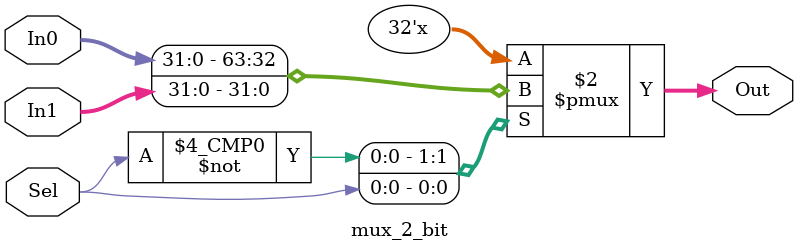
<source format=v>
`timescale 1ns / 1ps
module mux_2_bit(Sel, In0, In1, Out);
	input [31:0] In0, In1;
	input Sel;
	output reg [31:0] Out;
	
	always @ (*)
		case(Sel)
			0: Out <= In0;
			1: Out <= In1;
			default: Out <= In0;
		endcase

endmodule

</source>
